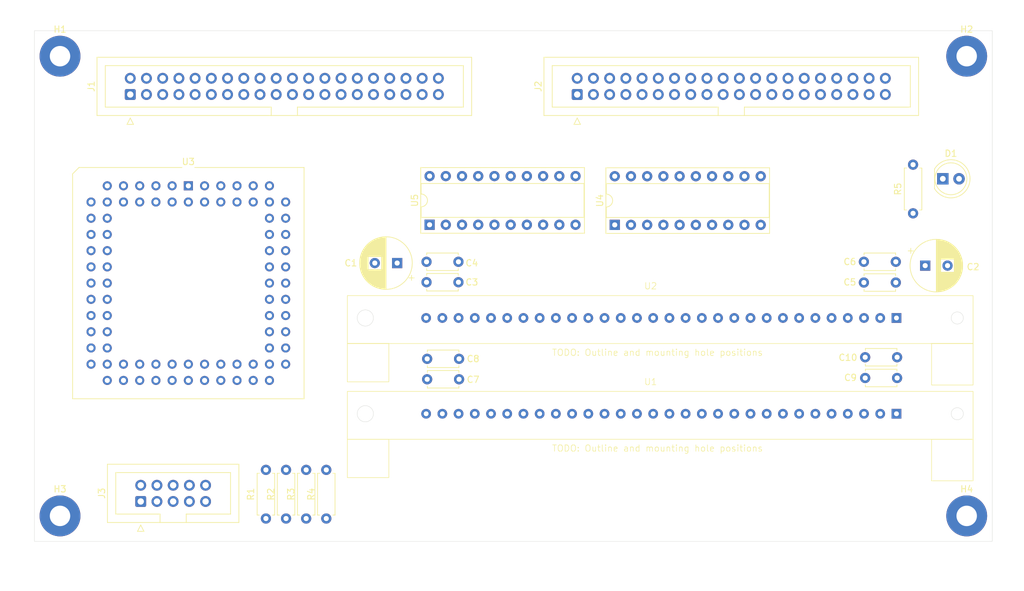
<source format=kicad_pcb>
(kicad_pcb (version 20240108) (generator "pcbnew") (generator_version "8.0")
  (layers (0 "F.Cu" signal) (1 "In1.Cu" signal) (2 "In2.Cu" signal) (31 "B.Cu" signal) (34 "B.Paste" user) (35 "F.Paste" user) (36 "B.SilkS" user "B.Silkscreen") (37 "F.SilkS" user "F.Silkscreen") (38 "B.Mask" user) (39 "F.Mask" user) (44 "Edge.Cuts" user))
  (net 0 "")
  (net 1 "GND")
  (net 2 "A4")
  (net 3 "D9")
  (net 4 "A10")
  (net 5 "+5V")
  (net 6 "A16")
  (net 7 "A15")
  (net 8 "D14")
  (net 9 "D15")
  (net 10 "A23")
  (net 11 "A18")
  (net 12 "A20")
  (net 13 "A6")
  (net 14 "A1")
  (net 15 "D13")
  (net 16 "A21")
  (net 17 "D12")
  (net 18 "D10")
  (net 19 "D11")
  (net 20 "A17")
  (net 21 "A9")
  (net 22 "A13")
  (net 23 "A12")
  (net 24 "A5")
  (net 25 "A8")
  (net 26 "A19")
  (net 27 "A7")
  (net 28 "A22")
  (net 29 "A14")
  (net 30 "A2")
  (net 31 "D8")
  (net 32 "A3")
  (net 33 "A11")
  (net 34 "{slash}EXP")
  (net 35 "R{slash}W")
  (net 36 "GPIO_4")
  (net 37 "D4")
  (net 38 "{slash}VPA")
  (net 39 "GPIO_0")
  (net 40 "{slash}AS")
  (net 41 "{slash}IACK_EXP")
  (net 42 "D7")
  (net 43 "D5")
  (net 44 "{slash}UDS")
  (net 45 "GPIO_2")
  (net 46 "{slash}DTACK_EXP")
  (net 47 "GPIO_7")
  (net 48 "{slash}IRQ_EXP")
  (net 49 "{slash}RESET")
  (net 50 "D2")
  (net 51 "{slash}LDS")
  (net 52 "CLK_SRC")
  (net 53 "GPIO_5")
  (net 54 "D6")
  (net 55 "GPIO_6")
  (net 56 "GPIO_1")
  (net 57 "D3")
  (net 58 "CLK_CPU")
  (net 59 "D0")
  (net 60 "D1")
  (net 61 "GPIO_3")
  (net 62 "{slash}BERR")
  (net 73 "TDI")
  (net 74 "TDO")
  (net 76 "TCK")
  (net 78 "TMS")
  (net 80 "Net-(D1-A)")
  (net 81 "RAM_A2")
  (net 82 "RAM_A6")
  (net 83 "RAM_A11")
  (net 84 "RAM_A9")
  (net 85 "RAM_A7")
  (net 86 "RAM_A1")
  (net 87 "RAM_A3")
  (net 88 "CAS0")
  (net 89 "RAS")
  (net 90 "RAM_A0")
  (net 91 "RAM_A8")
  (net 92 "RAMWR")
  (net 93 "RAM_A10")
  (net 94 "RAM_A5")
  (net 95 "RAM_A4")
  (net 96 "CAS1")
  (net 97 "DIR0")
  (net 98 "BUF0")
  (net 99 "BUF1")
  (net 100 "DIR1")
  (net 101 "RD13")
  (net 102 "RD12")
  (net 103 "RD8")
  (net 104 "RD10")
  (net 105 "RD14")
  (net 106 "RD11")
  (net 107 "RD9")
  (net 108 "RD15")
  (net 109 "RD5")
  (net 110 "RD7")
  (net 111 "RD1")
  (net 112 "RD0")
  (net 113 "RD6")
  (net 114 "RD4")
  (net 115 "RD3")
  (net 116 "RD2")
  (net 118 "RAM_OE1")
  (net 119 "RAM_OE0")
  (footprint "Capacitor_THT:C_Disc_D4.7mm_W2.5mm_P5.00mm" (layer "F.Cu") (at 81.4 59.4)
    (property "Reference" "C3" (at 7.1 0 360) (layer "F.SilkS"))
    (property "Value" "0.1uF")
    (pad "1" thru_hole circle (at 0 0) (size 1.6 1.6) (drill 0.8) (layers "*.Cu" "*.Mask") (net 5 "+5V"))
    (pad "2" thru_hole circle (at 5 0) (size 1.6 1.6) (drill 0.8) (layers "*.Cu" "*.Mask") (net 1 "GND"))
  )
  (footprint "Capacitor_THT:C_Disc_D4.7mm_W2.5mm_P5.00mm" (layer "F.Cu") (at 154.9 56.2 180)
    (property "Reference" "C6" (at 7.2 0 360) (layer "F.SilkS"))
    (property "Value" "0.1uF")
    (pad "1" thru_hole circle (at 0 0 180) (size 1.6 1.6) (drill 0.8) (layers "*.Cu" "*.Mask") (net 5 "+5V"))
    (pad "2" thru_hole circle (at 5 0 180) (size 1.6 1.6) (drill 0.8) (layers "*.Cu" "*.Mask") (net 1 "GND"))
  )
  (footprint "Capacitor_THT:C_Disc_D4.7mm_W2.5mm_P5.00mm" (layer "F.Cu") (at 155.1 74.4 180)
    (property "Reference" "C9" (at 7.3 0.05 360) (layer "F.SilkS"))
    (property "Value" "0.1uF")
    (pad "1" thru_hole circle (at 0 0 180) (size 1.6 1.6) (drill 0.8) (layers "*.Cu" "*.Mask") (net 5 "+5V"))
    (pad "2" thru_hole circle (at 5 0 180) (size 1.6 1.6) (drill 0.8) (layers "*.Cu" "*.Mask") (net 1 "GND"))
  )
  (footprint "LED_THT:LED_D5.0mm" (layer "F.Cu") (at 162.26 43.2)
    (property "Reference" "D1" (at 1.27 -3.96 0) (layer "F.SilkS"))
    (property "Value" "LED")
    (pad "1" thru_hole rect (at 0 0) (size 1.8 1.8) (drill 0.9) (layers "*.Cu" "*.Mask") (net 1 "GND"))
    (pad "2" thru_hole circle (at 2.54 0) (size 1.8 1.8) (drill 0.9) (layers "*.Cu" "*.Mask") (net 80 "Net-(D1-A)"))
  )
  (footprint "Capacitor_THT:C_Disc_D4.7mm_W2.5mm_P5.00mm" (layer "F.Cu") (at 155.1 71.15 180)
    (property "Reference" "C10" (at 7.7 -0.05 360) (layer "F.SilkS"))
    (property "Value" "0.1uF")
    (pad "1" thru_hole circle (at 0 0 180) (size 1.6 1.6) (drill 0.8) (layers "*.Cu" "*.Mask") (net 5 "+5V"))
    (pad "2" thru_hole circle (at 5 0 180) (size 1.6 1.6) (drill 0.8) (layers "*.Cu" "*.Mask") (net 1 "GND"))
  )
  (footprint "Resistor_THT:R_Axial_DIN0207_L6.3mm_D2.5mm_P7.62mm_Horizontal" (layer "F.Cu") (at 62.55 96.41 90)
    (property "Reference" "R3" (at 3.81 -2.37 90) (layer "F.SilkS"))
    (property "Value" "R")
    (pad "1" thru_hole circle (at 0 0 90) (size 1.6 1.6) (drill 0.8) (layers "*.Cu" "*.Mask") (net 5 "+5V"))
    (pad "2" thru_hole oval (at 7.62 0 90) (size 1.6 1.6) (drill 0.8) (layers "*.Cu" "*.Mask") (net 73 "TDI"))
  )
  (footprint "Resistor_THT:R_Axial_DIN0207_L6.3mm_D2.5mm_P7.62mm_Horizontal" (layer "F.Cu") (at 65.7 96.41 90)
    (property "Reference" "R4" (at 3.81 -2.37 90) (layer "F.SilkS"))
    (property "Value" "R")
    (pad "1" thru_hole circle (at 0 0 90) (size 1.6 1.6) (drill 0.8) (layers "*.Cu" "*.Mask") (net 76 "TCK"))
    (pad "2" thru_hole oval (at 7.62 0 90) (size 1.6 1.6) (drill 0.8) (layers "*.Cu" "*.Mask") (net 1 "GND"))
  )
  (footprint "Connector_IDC:IDC-Header_2x20_P2.54mm_Vertical" (layer "F.Cu") (at 105 30 90)
    (property "Reference" "J2" (at 1.27 -6.1 90) (layer "F.SilkS"))
    (property "Value" "Conn_02x20_Odd_Even")
    (pad "1" thru_hole roundrect (at 0 0 90) (size 1.7 1.7) (drill 1) (layers "*.Cu" "*.Mask") (roundrect_rratio 0.147059) (net 5 "+5V"))
    (pad "2" thru_hole circle (at 2.54 0 90) (size 1.7 1.7) (drill 1) (layers "*.Cu" "*.Mask") (net 5 "+5V"))
    (pad "3" thru_hole circle (at 0 2.54 90) (size 1.7 1.7) (drill 1) (layers "*.Cu" "*.Mask") (net 1 "GND"))
    (pad "4" thru_hole circle (at 2.54 2.54 90) (size 1.7 1.7) (drill 1) (layers "*.Cu" "*.Mask") (net 1 "GND"))
    (pad "5" thru_hole circle (at 0 5.08 90) (size 1.7 1.7) (drill 1) (layers "*.Cu" "*.Mask") (net 59 "D0"))
    (pad "6" thru_hole circle (at 2.54 5.08 90) (size 1.7 1.7) (drill 1) (layers "*.Cu" "*.Mask") (net 60 "D1"))
    (pad "7" thru_hole circle (at 0 7.62 90) (size 1.7 1.7) (drill 1) (layers "*.Cu" "*.Mask") (net 50 "D2"))
    (pad "8" thru_hole circle (at 2.54 7.62 90) (size 1.7 1.7) (drill 1) (layers "*.Cu" "*.Mask") (net 57 "D3"))
    (pad "9" thru_hole circle (at 0 10.16 90) (size 1.7 1.7) (drill 1) (layers "*.Cu" "*.Mask") (net 37 "D4"))
    (pad "10" thru_hole circle (at 2.54 10.16 90) (size 1.7 1.7) (drill 1) (layers "*.Cu" "*.Mask") (net 43 "D5"))
    (pad "11" thru_hole circle (at 0 12.7 90) (size 1.7 1.7) (drill 1) (layers "*.Cu" "*.Mask") (net 54 "D6"))
    (pad "12" thru_hole circle (at 2.54 12.7 90) (size 1.7 1.7) (drill 1) (layers "*.Cu" "*.Mask") (net 42 "D7"))
    (pad "13" thru_hole circle (at 0 15.24 90) (size 1.7 1.7) (drill 1) (layers "*.Cu" "*.Mask") (net 40 "{slash}AS"))
    (pad "14" thru_hole circle (at 2.54 15.24 90) (size 1.7 1.7) (drill 1) (layers "*.Cu" "*.Mask") (net 35 "R{slash}W"))
    (pad "15" thru_hole circle (at 0 17.78 90) (size 1.7 1.7) (drill 1) (layers "*.Cu" "*.Mask") (net 44 "{slash}UDS"))
    (pad "16" thru_hole circle (at 2.54 17.78 90) (size 1.7 1.7) (drill 1) (layers "*.Cu" "*.Mask") (net 51 "{slash}LDS"))
    (pad "17" thru_hole circle (at 0 20.32 90) (size 1.7 1.7) (drill 1) (layers "*.Cu" "*.Mask") (net 62 "{slash}BERR"))
    (pad "18" thru_hole circle (at 2.54 20.32 90) (size 1.7 1.7) (drill 1) (layers "*.Cu" "*.Mask") (net 38 "{slash}VPA"))
    (pad "19" thru_hole circle (at 0 22.86 90) (size 1.7 1.7) (drill 1) (layers "*.Cu" "*.Mask") (net 34 "{slash}EXP"))
    (pad "20" thru_hole circle (at 2.54 22.86 90) (size 1.7 1.7) (drill 1) (layers "*.Cu" "*.Mask") (net 48 "{slash}IRQ_EXP"))
    (pad "21" thru_hole circle (at 0 25.4 90) (size 1.7 1.7) (drill 1) (layers "*.Cu" "*.Mask") (net 46 "{slash}DTACK_EXP"))
    (pad "22" thru_hole circle (at 2.54 25.4 90) (size 1.7 1.7) (drill 1) (layers "*.Cu" "*.Mask") (net 41 "{slash}IACK_EXP"))
    (pad "23" thru_hole circle (at 0 27.94 90) (size 1.7 1.7) (drill 1) (layers "*.Cu" "*.Mask") (net 1 "GND"))
    (pad "24" thru_hole circle (at 2.54 27.94 90) (size 1.7 1.7) (drill 1) (layers "*.Cu" "*.Mask") (net 1 "GND"))
    (pad "25" thru_hole circle (at 0 30.48 90) (size 1.7 1.7) (drill 1) (layers "*.Cu" "*.Mask") (net 39 "GPIO_0"))
    (pad "26" thru_hole circle (at 2.54 30.48 90) (size 1.7 1.7) (drill 1) (layers "*.Cu" "*.Mask") (net 56 "GPIO_1"))
    (pad "27" thru_hole circle (at 0 33.02 90) (size 1.7 1.7) (drill 1) (layers "*.Cu" "*.Mask") (net 45 "GPIO_2"))
    (pad "28" thru_hole circle (at 2.54 33.02 90) (size 1.7 1.7) (drill 1) (layers "*.Cu" "*.Mask") (net 61 "GPIO_3"))
    (pad "29" thru_hole circle (at 0 35.56 90) (size 1.7 1.7) (drill 1) (layers "*.Cu" "*.Mask") (net 36 "GPIO_4"))
    (pad "30" thru_hole circle (at 2.54 35.56 90) (size 1.7 1.7) (drill 1) (layers "*.Cu" "*.Mask") (net 53 "GPIO_5"))
    (pad "31" thru_hole circle (at 0 38.1 90) (size 1.7 1.7) (drill 1) (layers "*.Cu" "*.Mask") (net 55 "GPIO_6"))
    (pad "32" thru_hole circle (at 2.54 38.1 90) (size 1.7 1.7) (drill 1) (layers "*.Cu" "*.Mask") (net 47 "GPIO_7"))
    (pad "33" thru_hole circle (at 0 40.64 90) (size 1.7 1.7) (drill 1) (layers "*.Cu" "*.Mask") (net 1 "GND"))
    (pad "34" thru_hole circle (at 2.54 40.64 90) (size 1.7 1.7) (drill 1) (layers "*.Cu" "*.Mask") (net 1 "GND"))
    (pad "35" thru_hole circle (at 0 43.18 90) (size 1.7 1.7) (drill 1) (layers "*.Cu" "*.Mask") (net 58 "CLK_CPU"))
    (pad "36" thru_hole circle (at 2.54 43.18 90) (size 1.7 1.7) (drill 1) (layers "*.Cu" "*.Mask") (net 52 "CLK_SRC"))
    (pad "37" thru_hole circle (at 0 45.72 90) (size 1.7 1.7) (drill 1) (layers "*.Cu" "*.Mask") (net 49 "{slash}RESET"))
    (pad "38" thru_hole circle (at 2.54 45.72 90) (size 1.7 1.7) (drill 1) (layers "*.Cu" "*.Mask") (net 49 "{slash}RESET"))
    (pad "39" thru_hole circle (at 0 48.26 90) (size 1.7 1.7) (drill 1) (layers "*.Cu" "*.Mask") (net 1 "GND"))
    (pad "40" thru_hole circle (at 2.54 48.26 90) (size 1.7 1.7) (drill 1) (layers "*.Cu" "*.Mask") (net 1 "GND"))
  )
  (footprint "Capacitor_THT:CP_Radial_D8.0mm_P3.50mm" (layer "F.Cu") (at 76.8 56.4 180)
    (property "Reference" "C1" (at 7.252651 0 360) (layer "F.SilkS"))
    (property "Value" "1000uF")
    (pad "1" thru_hole rect (at 0 0 180) (size 1.6 1.6) (drill 0.8) (layers "*.Cu" "*.Mask") (net 5 "+5V"))
    (pad "2" thru_hole circle (at 3.5 0 180) (size 1.6 1.6) (drill 0.8) (layers "*.Cu" "*.Mask") (net 1 "GND"))
  )
  (footprint "Capacitor_THT:C_Disc_D4.7mm_W2.5mm_P5.00mm" (layer "F.Cu") (at 81.5 74.6)
    (property "Reference" "C7" (at 7.2 0.05 360) (layer "F.SilkS"))
    (property "Value" "0.1uF")
    (pad "1" thru_hole circle (at 0 0) (size 1.6 1.6) (drill 0.8) (layers "*.Cu" "*.Mask") (net 5 "+5V"))
    (pad "2" thru_hole circle (at 5 0) (size 1.6 1.6) (drill 0.8) (layers "*.Cu" "*.Mask") (net 1 "GND"))
  )
  (footprint "Package_DIP:DIP-20_W7.62mm_Socket" (layer "F.Cu") (at 110.88 50.42 90)
    (property "Reference" "U4" (at 3.81 -2.33 90) (layer "F.SilkS"))
    (property "Value" "74HC245")
    (pad "1" thru_hole rect (at 0 0 90) (size 1.6 1.6) (drill 0.8) (layers "*.Cu" "*.Mask") (net 97 "DIR0"))
    (pad "2" thru_hole oval (at 0 2.54 90) (size 1.6 1.6) (drill 0.8) (layers "*.Cu" "*.Mask") (net 112 "RD0"))
    (pad "3" thru_hole oval (at 0 5.08 90) (size 1.6 1.6) (drill 0.8) (layers "*.Cu" "*.Mask") (net 111 "RD1"))
    (pad "4" thru_hole oval (at 0 7.62 90) (size 1.6 1.6) (drill 0.8) (layers "*.Cu" "*.Mask") (net 116 "RD2"))
    (pad "5" thru_hole oval (at 0 10.16 90) (size 1.6 1.6) (drill 0.8) (layers "*.Cu" "*.Mask") (net 115 "RD3"))
    (pad "6" thru_hole oval (at 0 12.7 90) (size 1.6 1.6) (drill 0.8) (layers "*.Cu" "*.Mask") (net 114 "RD4"))
    (pad "7" thru_hole oval (at 0 15.24 90) (size 1.6 1.6) (drill 0.8) (layers "*.Cu" "*.Mask") (net 109 "RD5"))
    (pad "8" thru_hole oval (at 0 17.78 90) (size 1.6 1.6) (drill 0.8) (layers "*.Cu" "*.Mask") (net 113 "RD6"))
    (pad "9" thru_hole oval (at 0 20.32 90) (size 1.6 1.6) (drill 0.8) (layers "*.Cu" "*.Mask") (net 110 "RD7"))
    (pad "10" thru_hole oval (at 0 22.86 90) (size 1.6 1.6) (drill 0.8) (layers "*.Cu" "*.Mask") (net 1 "GND"))
    (pad "11" thru_hole oval (at 7.62 22.86 90) (size 1.6 1.6) (drill 0.8) (layers "*.Cu" "*.Mask") (net 42 "D7"))
    (pad "12" thru_hole oval (at 7.62 20.32 90) (size 1.6 1.6) (drill 0.8) (layers "*.Cu" "*.Mask") (net 54 "D6"))
    (pad "13" thru_hole oval (at 7.62 17.78 90) (size 1.6 1.6) (drill 0.8) (layers "*.Cu" "*.Mask") (net 43 "D5"))
    (pad "14" thru_hole oval (at 7.62 15.24 90) (size 1.6 1.6) (drill 0.8) (layers "*.Cu" "*.Mask") (net 37 "D4"))
    (pad "15" thru_hole oval (at 7.62 12.7 90) (size 1.6 1.6) (drill 0.8) (layers "*.Cu" "*.Mask") (net 57 "D3"))
    (pad "16" thru_hole oval (at 7.62 10.16 90) (size 1.6 1.6) (drill 0.8) (layers "*.Cu" "*.Mask") (net 50 "D2"))
    (pad "17" thru_hole oval (at 7.62 7.62 90) (size 1.6 1.6) (drill 0.8) (layers "*.Cu" "*.Mask") (net 60 "D1"))
    (pad "18" thru_hole oval (at 7.62 5.08 90) (size 1.6 1.6) (drill 0.8) (layers "*.Cu" "*.Mask") (net 59 "D0"))
    (pad "19" thru_hole oval (at 7.62 2.54 90) (size 1.6 1.6) (drill 0.8) (layers "*.Cu" "*.Mask") (net 98 "BUF0"))
    (pad "20" thru_hole oval (at 7.62 0 90) (size 1.6 1.6) (drill 0.8) (layers "*.Cu" "*.Mask") (net 5 "+5V"))
  )
  (footprint "Package_LCC:PLCC-84_THT-Socket" (layer "F.Cu") (at 44.1 44.3)
    (property "Reference" "U3" (at 0 -3.77 0) (layer "F.SilkS"))
    (property "Value" "~")
    (pad "1" thru_hole rect (at 0 0) (size 1.4224 1.4224) (drill 0.8) (layers "*.Cu" "*.Mask") (net 1 "GND"))
    (pad "2" thru_hole circle (at 0 2.54) (size 1.4224 1.4224) (drill 0.8) (layers "*.Cu" "*.Mask") (net 58 "CLK_CPU"))
    (pad "3" thru_hole circle (at -2.54 0) (size 1.4224 1.4224) (drill 0.8) (layers "*.Cu" "*.Mask") (net 5 "+5V"))
    (pad "4" thru_hole circle (at -2.54 2.54) (size 1.4224 1.4224) (drill 0.8) (layers "*.Cu" "*.Mask") (net 14 "A1"))
    (pad "5" thru_hole circle (at -5.08 0) (size 1.4224 1.4224) (drill 0.8) (layers "*.Cu" "*.Mask") (net 30 "A2"))
    (pad "6" thru_hole circle (at -5.08 2.54) (size 1.4224 1.4224) (drill 0.8) (layers "*.Cu" "*.Mask") (net 32 "A3"))
    (pad "7" thru_hole circle (at -7.62 0) (size 1.4224 1.4224) (drill 0.8) (layers "*.Cu" "*.Mask") (net 1 "GND"))
    (pad "8" thru_hole circle (at -7.62 2.54) (size 1.4224 1.4224) (drill 0.8) (layers "*.Cu" "*.Mask") (net 2 "A4"))
    (pad "9" thru_hole circle (at -10.16 0) (size 1.4224 1.4224) (drill 0.8) (layers "*.Cu" "*.Mask") (net 24 "A5"))
    (pad "10" thru_hole circle (at -10.16 2.54) (size 1.4224 1.4224) (drill 0.8) (layers "*.Cu" "*.Mask") (net 13 "A6"))
    (pad "11" thru_hole circle (at -12.7 0) (size 1.4224 1.4224) (drill 0.8) (layers "*.Cu" "*.Mask") (net 27 "A7"))
    (pad "12" thru_hole circle (at -15.24 2.54) (size 1.4224 1.4224) (drill 0.8) (layers "*.Cu" "*.Mask") (net 25 "A8"))
    (pad "13" thru_hole circle (at -12.7 2.54) (size 1.4224 1.4224) (drill 0.8) (layers "*.Cu" "*.Mask") (net 5 "+5V"))
    (pad "14" thru_hole circle (at -15.24 5.08) (size 1.4224 1.4224) (drill 0.8) (layers "*.Cu" "*.Mask") (net 73 "TDI"))
    (pad "15" thru_hole circle (at -12.7 5.08) (size 1.4224 1.4224) (drill 0.8) (layers "*.Cu" "*.Mask") (net 21 "A9"))
    (pad "16" thru_hole circle (at -15.24 7.62) (size 1.4224 1.4224) (drill 0.8) (layers "*.Cu" "*.Mask") (net 4 "A10"))
    (pad "17" thru_hole circle (at -12.7 7.62) (size 1.4224 1.4224) (drill 0.8) (layers "*.Cu" "*.Mask") (net 33 "A11"))
    (pad "18" thru_hole circle (at -15.24 10.16) (size 1.4224 1.4224) (drill 0.8) (layers "*.Cu" "*.Mask") (net 23 "A12"))
    (pad "19" thru_hole circle (at -12.7 10.16) (size 1.4224 1.4224) (drill 0.8) (layers "*.Cu" "*.Mask") (net 1 "GND"))
    (pad "20" thru_hole circle (at -15.24 12.7) (size 1.4224 1.4224) (drill 0.8) (layers "*.Cu" "*.Mask") (net 22 "A13"))
    (pad "21" thru_hole circle (at -12.7 12.7) (size 1.4224 1.4224) (drill 0.8) (layers "*.Cu" "*.Mask"))
    (pad "22" thru_hole circle (at -15.24 15.24) (size 1.4224 1.4224) (drill 0.8) (layers "*.Cu" "*.Mask") (net 92 "RAMWR"))
    (pad "23" thru_hole circle (at -12.7 15.24) (size 1.4224 1.4224) (drill 0.8) (layers "*.Cu" "*.Mask") (net 78 "TMS"))
    (pad "24" thru_hole circle (at -15.24 17.78) (size 1.4224 1.4224) (drill 0.8) (layers "*.Cu" "*.Mask") (net 88 "CAS0"))
    (pad "25" thru_hole circle (at -12.7 17.78) (size 1.4224 1.4224) (drill 0.8) (layers "*.Cu" "*.Mask") (net 96 "CAS1"))
    (pad "26" thru_hole circle (at -15.24 20.32) (size 1.4224 1.4224) (drill 0.8) (layers "*.Cu" "*.Mask") (net 5 "+5V"))
    (pad "27" thru_hole circle (at -12.7 20.32) (size 1.4224 1.4224) (drill 0.8) (layers "*.Cu" "*.Mask") (net 89 "RAS"))
    (pad "28" thru_hole circle (at -15.24 22.86) (size 1.4224 1.4224) (drill 0.8) (layers "*.Cu" "*.Mask") (net 119 "RAM_OE0"))
    (pad "29" thru_hole circle (at -12.7 22.86) (size 1.4224 1.4224) (drill 0.8) (layers "*.Cu" "*.Mask") (net 118 "RAM_OE1"))
    (pad "30" thru_hole circle (at -15.24 25.4) (size 1.4224 1.4224) (drill 0.8) (layers "*.Cu" "*.Mask"))
    (pad "31" thru_hole circle (at -12.7 25.4) (size 1.4224 1.4224) (drill 0.8) (layers "*.Cu" "*.Mask"))
    (pad "32" thru_hole circle (at -15.24 27.94) (size 1.4224 1.4224) (drill 0.8) (layers "*.Cu" "*.Mask") (net 1 "GND"))
    (pad "33" thru_hole circle (at -12.7 30.48) (size 1.4224 1.4224) (drill 0.8) (layers "*.Cu" "*.Mask"))
    (pad "34" thru_hole circle (at -12.7 27.94) (size 1.4224 1.4224) (drill 0.8) (layers "*.Cu" "*.Mask"))
    (pad "35" thru_hole circle (at -10.16 30.48) (size 1.4224 1.4224) (drill 0.8) (layers "*.Cu" "*.Mask"))
    (pad "36" thru_hole circle (at -10.16 27.94) (size 1.4224 1.4224) (drill 0.8) (layers "*.Cu" "*.Mask"))
    (pad "37" thru_hole circle (at -7.62 30.48) (size 1.4224 1.4224) (drill 0.8) (layers "*.Cu" "*.Mask"))
    (pad "38" thru_hole circle (at -7.62 27.94) (size 1.4224 1.4224) (drill 0.8) (layers "*.Cu" "*.Mask") (net 5 "+5V"))
    (pad "39" thru_hole circle (at -5.08 30.48) (size 1.4224 1.4224) (drill 0.8) (layers "*.Cu" "*.Mask"))
    (pad "40" thru_hole circle (at -5.08 27.94) (size 1.4224 1.4224) (drill 0.8) (layers "*.Cu" "*.Mask"))
    (pad "41" thru_hole circle (at -2.54 30.48) (size 1.4224 1.4224) (drill 0.8) (layers "*.Cu" "*.Mask"))
    (pad "42" thru_hole circle (at -2.54 27.94) (size 1.4224 1.4224) (drill 0.8) (layers "*.Cu" "*.Mask") (net 1 "GND"))
    (pad "43" thru_hole circle (at 0 30.48) (size 1.4224 1.4224) (drill 0.8) (layers "*.Cu" "*.Mask") (net 5 "+5V"))
    (pad "44" thru_hole circle (at 0 27.94) (size 1.4224 1.4224) (drill 0.8) (layers "*.Cu" "*.Mask"))
    (pad "45" thru_hole circle (at 2.54 30.48) (size 1.4224 1.4224) (drill 0.8) (layers "*.Cu" "*.Mask"))
    (pad "46" thru_hole circle (at 2.54 27.94) (size 1.4224 1.4224) (drill 0.8) (layers "*.Cu" "*.Mask"))
    (pad "47" thru_hole circle (at 5.08 30.48) (size 1.4224 1.4224) (drill 0.8) (layers "*.Cu" "*.Mask") (net 1 "GND"))
    (pad "48" thru_hole circle (at 5.08 27.94) (size 1.4224 1.4224) (drill 0.8) (layers "*.Cu" "*.Mask"))
    (pad "49" thru_hole circle (at 7.62 30.48) (size 1.4224 1.4224) (drill 0.8) (layers "*.Cu" "*.Mask"))
    (pad "50" thru_hole circle (at 7.62 27.94) (size 1.4224 1.4224) (drill 0.8) (layers "*.Cu" "*.Mask"))
    (pad "51" thru_hole circle (at 10.16 30.48) (size 1.4224 1.4224) (drill 0.8) (layers "*.Cu" "*.Mask"))
    (pad "52" thru_hole circle (at 10.16 27.94) (size 1.4224 1.4224) (drill 0.8) (layers "*.Cu" "*.Mask"))
    (pad "53" thru_hole circle (at 12.7 30.48) (size 1.4224 1.4224) (drill 0.8) (layers "*.Cu" "*.Mask") (net 5 "+5V"))
    (pad "54" thru_hole circle (at 15.24 27.94) (size 1.4224 1.4224) (drill 0.8) (layers "*.Cu" "*.Mask"))
    (pad "55" thru_hole circle (at 12.7 27.94) (size 1.4224 1.4224) (drill 0.8) (layers "*.Cu" "*.Mask"))
    (pad "56" thru_hole circle (at 15.24 25.4) (size 1.4224 1.4224) (drill 0.8) (layers "*.Cu" "*.Mask"))
    (pad "57" thru_hole circle (at 12.7 25.4) (size 1.4224 1.4224) (drill 0.8) (layers "*.Cu" "*.Mask"))
    (pad "58" thru_hole circle (at 15.24 22.86) (size 1.4224 1.4224) (drill 0.8) (layers "*.Cu" "*.Mask"))
    (pad "59" thru_hole circle (at 12.7 22.86) (size 1.4224 1.4224) (drill 0.8) (layers "*.Cu" "*.Mask") (net 1 "GND"))
    (pad "60" thru_hole circle (at 15.24 20.32) (size 1.4224 1.4224) (drill 0.8) (layers "*.Cu" "*.Mask"))
    (pad "61" thru_hole circle (at 12.7 20.32) (size 1.4224 1.4224) (drill 0.8) (layers "*.Cu" "*.Mask"))
    (pad "62" thru_hole circle (at 15.24 17.78) (size 1.4224 1.4224) (drill 0.8) (layers "*.Cu" "*.Mask") (net 76 "TCK"))
    (pad "63" thru_hole circle (at 12.7 17.78) (size 1.4224 1.4224) (drill 0.8) (layers "*.Cu" "*.Mask"))
    (pad "64" thru_hole circle (at 15.24 15.24) (size 1.4224 1.4224) (drill 0.8) (layers "*.Cu" "*.Mask"))
    (pad "65" thru_hole circle (at 12.7 15.24) (size 1.4224 1.4224) (drill 0.8) (layers "*.Cu" "*.Mask"))
    (pad "66" thru_hole circle (at 15.24 12.7) (size 1.4224 1.4224) (drill 0.8) (layers "*.Cu" "*.Mask") (net 5 "+5V"))
    (pad "67" thru_hole circle (at 12.7 12.7) (size 1.4224 1.4224) (drill 0.8) (layers "*.Cu" "*.Mask"))
    (pad "68" thru_hole circle (at 15.24 10.16) (size 1.4224 1.4224) (drill 0.8) (layers "*.Cu" "*.Mask"))
    (pad "69" thru_hole circle (at 12.7 10.16) (size 1.4224 1.4224) (drill 0.8) (layers "*.Cu" "*.Mask") (net 29 "A14"))
    (pad "70" thru_hole circle (at 15.24 7.62) (size 1.4224 1.4224) (drill 0.8) (layers "*.Cu" "*.Mask") (net 7 "A15"))
    (pad "71" thru_hole circle (at 12.7 7.62) (size 1.4224 1.4224) (drill 0.8) (layers "*.Cu" "*.Mask") (net 74 "TDO"))
    (pad "72" thru_hole circle (at 15.24 5.08) (size 1.4224 1.4224) (drill 0.8) (layers "*.Cu" "*.Mask") (net 1 "GND"))
    (pad "73" thru_hole circle (at 12.7 5.08) (size 1.4224 1.4224) (drill 0.8) (layers "*.Cu" "*.Mask") (net 6 "A16"))
    (pad "74" thru_hole circle (at 15.24 2.54) (size 1.4224 1.4224) (drill 0.8) (layers "*.Cu" "*.Mask") (net 20 "A17"))
    (pad "75" thru_hole circle (at 12.7 0) (size 1.4224 1.4224) (drill 0.8) (layers "*.Cu" "*.Mask") (net 11 "A18"))
    (pad "76" thru_hole circle (at 12.7 2.54) (size 1.4224 1.4224) (drill 0.8) (layers "*.Cu" "*.Mask") (net 26 "A19"))
    (pad "77" thru_hole circle (at 10.16 0) (size 1.4224 1.4224) (drill 0.8) (layers "*.Cu" "*.Mask") (net 12 "A20"))
    (pad "78" thru_hole circle (at 10.16 2.54) (size 1.4224 1.4224) (drill 0.8) (layers "*.Cu" "*.Mask") (net 5 "+5V"))
    (pad "79" thru_hole circle (at 7.62 0) (size 1.4224 1.4224) (drill 0.8) (layers "*.Cu" "*.Mask") (net 16 "A21"))
    (pad "80" thru_hole circle (at 7.62 2.54) (size 1.4224 1.4224) (drill 0.8) (layers "*.Cu" "*.Mask") (net 28 "A22"))
    (pad "81" thru_hole circle (at 5.08 0) (size 1.4224 1.4224) (drill 0.8) (layers "*.Cu" "*.Mask") (net 10 "A23"))
    (pad "82" thru_hole circle (at 5.08 2.54) (size 1.4224 1.4224) (drill 0.8) (layers "*.Cu" "*.Mask") (net 1 "GND"))
    (pad "83" thru_hole circle (at 2.54 0) (size 1.4224 1.4224) (drill 0.8) (layers "*.Cu" "*.Mask") (net 52 "CLK_SRC"))
    (pad "84" thru_hole circle (at 2.54 2.54) (size 1.4224 1.4224) (drill 0.8) (layers "*.Cu" "*.Mask") (net 1 "GND"))
  )
  (footprint "Capacitor_THT:CP_Radial_D8.0mm_P3.50mm" (layer "F.Cu") (at 159.5 56.8)
    (property "Reference" "C2" (at 7.5 0.2 0) (layer "F.SilkS"))
    (property "Value" "1000uF")
    (pad "1" thru_hole rect (at 0 0) (size 1.6 1.6) (drill 0.8) (layers "*.Cu" "*.Mask") (net 5 "+5V"))
    (pad "2" thru_hole circle (at 3.5 0) (size 1.6 1.6) (drill 0.8) (layers "*.Cu" "*.Mask") (net 1 "GND"))
  )
  (footprint "Resistor_THT:R_Axial_DIN0207_L6.3mm_D2.5mm_P7.62mm_Horizontal" (layer "F.Cu") (at 157.6 48.61 90)
    (property "Reference" "R5" (at 3.81 -2.37 90) (layer "F.SilkS"))
    (property "Value" "R")
    (pad "1" thru_hole circle (at 0 0 90) (size 1.6 1.6) (drill 0.8) (layers "*.Cu" "*.Mask") (net 5 "+5V"))
    (pad "2" thru_hole oval (at 7.62 0 90) (size 1.6 1.6) (drill 0.8) (layers "*.Cu" "*.Mask") (net 80 "Net-(D1-A)"))
  )
  (footprint "mackerel:SIMM-30" (layer "F.Cu") (at 155 65)
    (property "Reference" "U2" (at -38.5 -5 0) (layer "F.SilkS") (effects (font (thickness 0.1))))
    (property "Value" "~")
    (fp_circle (center -83.185 0) (end -81.915 0) (stroke (width 0.05)) (fill none) (layer "Edge.Cuts"))
    (fp_circle (center 9.525 0) (end 10.4775 0) (stroke (width 0.05)) (fill none) (layer "Edge.Cuts"))
    (fp_text user "TODO: Outline and mounting hole positions" (at -54 6 0) (layer "F.SilkS") (effects (font (thickness 0.1)) (justify left bottom)))
    (pad "1" thru_hole rect (at 0 0) (size 1.524 1.524) (drill 0.762) (layers "*.Cu" "*.Mask") (net 5 "+5V"))
    (pad "2" thru_hole circle (at -2.54 0) (size 1.524 1.524) (drill 0.762) (layers "*.Cu" "*.Mask") (net 96 "CAS1"))
    (pad "3" thru_hole circle (at -5.08 0) (size 1.524 1.524) (drill 0.762) (layers "*.Cu" "*.Mask") (net 103 "RD8"))
    (pad "4" thru_hole circle (at -7.62 0) (size 1.524 1.524) (drill 0.762) (layers "*.Cu" "*.Mask") (net 90 "RAM_A0"))
    (pad "5" thru_hole circle (at -10.16 0) (size 1.524 1.524) (drill 0.762) (layers "*.Cu" "*.Mask") (net 86 "RAM_A1"))
    (pad "6" thru_hole circle (at -12.7 0) (size 1.524 1.524) (drill 0.762) (layers "*.Cu" "*.Mask") (net 107 "RD9"))
    (pad "7" thru_hole circle (at -15.24 0) (size 1.524 1.524) (drill 0.762) (layers "*.Cu" "*.Mask") (net 81 "RAM_A2"))
    (pad "8" thru_hole circle (at -17.78 0) (size 1.524 1.524) (drill 0.762) (layers "*.Cu" "*.Mask") (net 87 "RAM_A3"))
    (pad "9" thru_hole circle (at -20.32 0) (size 1.524 1.524) (drill 0.762) (layers "*.Cu" "*.Mask") (net 1 "GND"))
    (pad "10" thru_hole circle (at -22.86 0) (size 1.524 1.524) (drill 0.762) (layers "*.Cu" "*.Mask") (net 104 "RD10"))
    (pad "11" thru_hole circle (at -25.4 0) (size 1.524 1.524) (drill 0.762) (layers "*.Cu" "*.Mask") (net 95 "RAM_A4"))
    (pad "12" thru_hole circle (at -27.94 0) (size 1.524 1.524) (drill 0.762) (layers "*.Cu" "*.Mask") (net 94 "RAM_A5"))
    (pad "13" thru_hole circle (at -30.48 0) (size 1.524 1.524) (drill 0.762) (layers "*.Cu" "*.Mask") (net 106 "RD11"))
    (pad "14" thru_hole circle (at -33.02 0) (size 1.524 1.524) (drill 0.762) (layers "*.Cu" "*.Mask") (net 82 "RAM_A6"))
    (pad "15" thru_hole circle (at -35.56 0) (size 1.524 1.524) (drill 0.762) (layers "*.Cu" "*.Mask") (net 85 "RAM_A7"))
    (pad "16" thru_hole circle (at -38.1 0) (size 1.524 1.524) (drill 0.762) (layers "*.Cu" "*.Mask") (net 102 "RD12"))
    (pad "17" thru_hole circle (at -40.64 0) (size 1.524 1.524) (drill 0.762) (layers "*.Cu" "*.Mask") (net 91 "RAM_A8"))
    (pad "18" thru_hole circle (at -43.18 0) (size 1.524 1.524) (drill 0.762) (layers "*.Cu" "*.Mask") (net 84 "RAM_A9"))
    (pad "19" thru_hole circle (at -45.72 0) (size 1.524 1.524) (drill 0.762) (layers "*.Cu" "*.Mask") (net 93 "RAM_A10"))
    (pad "20" thru_hole circle (at -48.26 0) (size 1.524 1.524) (drill 0.762) (layers "*.Cu" "*.Mask") (net 101 "RD13"))
    (pad "21" thru_hole circle (at -50.8 0) (size 1.524 1.524) (drill 0.762) (layers "*.Cu" "*.Mask") (net 92 "RAMWR"))
    (pad "22" thru_hole circle (at -53.34 0) (size 1.524 1.524) (drill 0.762) (layers "*.Cu" "*.Mask") (net 1 "GND"))
    (pad "23" thru_hole circle (at -55.88 0) (size 1.524 1.524) (drill 0.762) (layers "*.Cu" "*.Mask") (net 105 "RD14"))
    (pad "24" thru_hole circle (at -58.42 0) (size 1.524 1.524) (drill 0.762) (layers "*.Cu" "*.Mask") (net 83 "RAM_A11"))
    (pad "25" thru_hole circle (at -60.96 0) (size 1.524 1.524) (drill 0.762) (layers "*.Cu" "*.Mask") (net 108 "RD15"))
    (pad "26" thru_hole circle (at -63.5 0) (size 1.524 1.524) (drill 0.762) (layers "*.Cu" "*.Mask"))
    (pad "27" thru_hole circle (at -66.04 0) (size 1.524 1.524) (drill 0.762) (layers "*.Cu" "*.Mask") (net 89 "RAS"))
    (pad "28" thru_hole circle (at -68.58 0) (size 1.524 1.524) (drill 0.762) (layers "*.Cu" "*.Mask"))
    (pad "29" thru_hole circle (at -71.12 0) (size 1.524 1.524) (drill 0.762) (layers "*.Cu" "*.Mask"))
    (pad "30" thru_hole circle (at -73.66 0) (size 1.524 1.524) (drill 0.762) (layers "*.Cu" "*.Mask") (net 5 "+5V"))
  )
  (footprint "Connector_IDC:IDC-Header_2x20_P2.54mm_Vertical" (layer "F.Cu") (at 35 30 90)
    (property "Reference" "J1" (at 1.27 -6.1 90) (layer "F.SilkS"))
    (property "Value" "Conn_02x20_Odd_Even")
    (pad "1" thru_hole roundrect (at 0 0 90) (size 1.7 1.7) (drill 1) (layers "*.Cu" "*.Mask") (roundrect_rratio 0.147059) (net 5 "+5V"))
    (pad "2" thru_hole circle (at 2.54 0 90) (size 1.7 1.7) (drill 1) (layers "*.Cu" "*.Mask") (net 5 "+5V"))
    (pad "3" thru_hole circle (at 0 2.54 90) (size 1.7 1.7) (drill 1) (layers "*.Cu" "*.Mask") (net 1 "GND"))
    (pad "4" thru_hole circle (at 2.54 2.54 90) (size 1.7 1.7) (drill 1) (layers "*.Cu" "*.Mask") (net 1 "GND"))
    (pad "5" thru_hole circle (at 0 5.08 90) (size 1.7 1.7) (drill 1) (layers "*.Cu" "*.Mask") (net 31 "D8"))
    (pad "6" thru_hole circle (at 2.54 5.08 90) (size 1.7 1.7) (drill 1) (layers "*.Cu" "*.Mask") (net 3 "D9"))
    (pad "7" thru_hole circle (at 0 7.62 90) (size 1.7 1.7) (drill 1) (layers "*.Cu" "*.Mask") (net 18 "D10"))
    (pad "8" thru_hole circle (at 2.54 7.62 90) (size 1.7 1.7) (drill 1) (layers "*.Cu" "*.Mask") (net 19 "D11"))
    (pad "9" thru_hole circle (at 0 10.16 90) (size 1.7 1.7) (drill 1) (layers "*.Cu" "*.Mask") (net 17 "D12"))
    (pad "10" thru_hole circle (at 2.54 10.16 90) (size 1.7 1.7) (drill 1) (layers "*.Cu" "*.Mask") (net 15 "D13"))
    (pad "11" thru_hole circle (at 0 12.7 90) (size 1.7 1.7) (drill 1) (layers "*.Cu" "*.Mask") (net 8 "D14"))
    (pad "12" thru_hole circle (at 2.54 12.7 90) (size 1.7 1.7) (drill 1) (layers "*.Cu" "*.Mask") (net 9 "D15"))
    (pad "13" thru_hole circle (at 0 15.24 90) (size 1.7 1.7) (drill 1) (layers "*.Cu" "*.Mask") (net 14 "A1"))
    (pad "14" thru_hole circle (at 2.54 15.24 90) (size 1.7 1.7) (drill 1) (layers "*.Cu" "*.Mask") (net 30 "A2"))
    (pad "15" thru_hole circle (at 0 17.78 90) (size 1.7 1.7) (drill 1) (layers "*.Cu" "*.Mask") (net 32 "A3"))
    (pad "16" thru_hole circle (at 2.54 17.78 90) (size 1.7 1.7) (drill 1) (layers "*.Cu" "*.Mask") (net 2 "A4"))
    (pad "17" thru_hole circle (at 0 20.32 90) (size 1.7 1.7) (drill 1) (layers "*.Cu" "*.Mask") (net 24 "A5"))
    (pad "18" thru_hole circle (at 2.54 20.32 90) (size 1.7 1.7) (drill 1) (layers "*.Cu" "*.Mask") (net 13 "A6"))
    (pad "19" thru_hole circle (at 0 22.86 90) (size 1.7 1.7) (drill 1) (layers "*.Cu" "*.Mask") (net 27 "A7"))
    (pad "20" thru_hole circle (at 2.54 22.86 90) (size 1.7 1.7) (drill 1) (layers "*.Cu" "*.Mask") (net 25 "A8"))
    (pad "21" thru_hole circle (at 0 25.4 90) (size 1.7 1.7) (drill 1) (layers "*.Cu" "*.Mask") (net 1 "GND"))
    (pad "22" thru_hole circle (at 2.54 25.4 90) (size 1.7 1.7) (drill 1) (layers "*.Cu" "*.Mask") (net 1 "GND"))
    (pad "23" thru_hole circle (at 0 27.94 90) (size 1.7 1.7) (drill 1) (layers "*.Cu" "*.Mask") (net 10 "A23"))
    (pad "24" thru_hole circle (at 2.54 27.94 90) (size 1.7 1.7) (drill 1) (layers "*.Cu" "*.Mask") (net 28 "A22"))
    (pad "25" thru_hole circle (at 0 30.48 90) (size 1.7 1.7) (drill 1) (layers "*.Cu" "*.Mask") (net 16 "A21"))
    (pad "26" thru_hole circle (at 2.54 30.48 90) (size 1.7 1.7) (drill 1) (layers "*.Cu" "*.Mask") (net 12 "A20"))
    (pad "27" thru_hole circle (at 0 33.02 90) (size 1.7 1.7) (drill 1) (layers "*.Cu" "*.Mask") (net 21 "A9"))
    (pad "28" thru_hole circle (at 2.54 33.02 90) (size 1.7 1.7) (drill 1) (layers "*.Cu" "*.Mask") (net 4 "A10"))
    (pad "29" thru_hole circle (at 0 35.56 90) (size 1.7 1.7) (drill 1) (layers "*.Cu" "*.Mask") (net 33 "A11"))
    (pad "30" thru_hole circle (at 2.54 35.56 90) (size 1.7 1.7) (drill 1) (layers "*.Cu" "*.Mask") (net 23 "A12"))
    (pad "31" thru_hole circle (at 0 38.1 90) (size 1.7 1.7) (drill 1) (layers "*.Cu" "*.Mask") (net 22 "A13"))
    (pad "32" thru_hole circle (at 2.54 38.1 90) (size 1.7 1.7) (drill 1) (layers "*.Cu" "*.Mask") (net 29 "A14"))
    (pad "33" thru_hole circle (at 0 40.64 90) (size 1.7 1.7) (drill 1) (layers "*.Cu" "*.Mask") (net 7 "A15"))
    (pad "34" thru_hole circle (at 2.54 40.64 90) (size 1.7 1.7) (drill 1) (layers "*.Cu" "*.Mask") (net 6 "A16"))
    (pad "35" thru_hole circle (at 0 43.18 90) (size 1.7 1.7) (drill 1) (layers "*.Cu" "*.Mask") (net 20 "A17"))
    (pad "36" thru_hole circle (at 2.54 43.18 90) (size 1.7 1.7) (drill 1) (layers "*.Cu" "*.Mask") (net 11 "A18"))
    (pad "37" thru_hole circle (at 0 45.72 90) (size 1.7 1.7) (drill 1) (layers "*.Cu" "*.Mask") (net 26 "A19"))
    (pad "38" thru_hole circle (at 2.54 45.72 90) (size 1.7 1.7) (drill 1) (layers "*.Cu" "*.Mask") (net 1 "GND"))
    (pad "39" thru_hole circle (at 0 48.26 90) (size 1.7 1.7) (drill 1) (layers "*.Cu" "*.Mask") (net 1 "GND"))
    (pad "40" thru_hole circle (at 2.54 48.26 90) (size 1.7 1.7) (drill 1) (layers "*.Cu" "*.Mask") (net 1 "GND"))
  )
  (footprint "MountingHole:MountingHole_3.2mm_M3_Pad" (layer "F.Cu") (at 24 24)
    (property "Reference" "H1" (at 0 -4.2 0) (layer "F.SilkS"))
    (property "Value" "MountingHole_Pad")
    (pad "1" thru_hole circle (at 0 0) (size 6.4 6.4) (drill 3.2) (layers "*.Cu" "*.Mask") (net 1 "GND"))
  )
  (footprint "Resistor_THT:R_Axial_DIN0207_L6.3mm_D2.5mm_P7.62mm_Horizontal" (layer "F.Cu") (at 56.25 96.41 90)
    (property "Reference" "R1" (at 3.81 -2.37 90) (layer "F.SilkS"))
    (property "Value" "R")
    (pad "1" thru_hole circle (at 0 0 90) (size 1.6 1.6) (drill 0.8) (layers "*.Cu" "*.Mask") (net 5 "+5V"))
    (pad "2" thru_hole oval (at 7.62 0 90) (size 1.6 1.6) (drill 0.8) (layers "*.Cu" "*.Mask") (net 74 "TDO"))
  )
  (footprint "MountingHole:MountingHole_3.2mm_M3_Pad" (layer "F.Cu") (at 166 24)
    (property "Reference" "H2" (at 0 -4.2 0) (layer "F.SilkS"))
    (property "Value" "MountingHole_Pad")
    (pad "1" thru_hole circle (at 0 0) (size 6.4 6.4) (drill 3.2) (layers "*.Cu" "*.Mask") (net 1 "GND"))
  )
  (footprint "Connector_IDC:IDC-Header_2x05_P2.54mm_Vertical" (layer "F.Cu") (at 36.64 93.74 90)
    (property "Reference" "J3" (at 1.27 -6.1 90) (layer "F.SilkS"))
    (property "Value" "Conn_02x05_Odd_Even")
    (pad "1" thru_hole roundrect (at 0 0 90) (size 1.7 1.7) (drill 1) (layers "*.Cu" "*.Mask") (roundrect_rratio 0.147059) (net 76 "TCK"))
    (pad "2" thru_hole circle (at 2.54 0 90) (size 1.7 1.7) (drill 1) (layers "*.Cu" "*.Mask") (net 1 "GND"))
    (pad "3" thru_hole circle (at 0 2.54 90) (size 1.7 1.7) (drill 1) (layers "*.Cu" "*.Mask") (net 74 "TDO"))
    (pad "4" thru_hole circle (at 2.54 2.54 90) (size 1.7 1.7) (drill 1) (layers "*.Cu" "*.Mask") (net 5 "+5V"))
    (pad "5" thru_hole circle (at 0 5.08 90) (size 1.7 1.7) (drill 1) (layers "*.Cu" "*.Mask") (net 78 "TMS"))
    (pad "6" thru_hole circle (at 2.54 5.08 90) (size 1.7 1.7) (drill 1) (layers "*.Cu" "*.Mask"))
    (pad "7" thru_hole circle (at 0 7.62 90) (size 1.7 1.7) (drill 1) (layers "*.Cu" "*.Mask"))
    (pad "8" thru_hole circle (at 2.54 7.62 90) (size 1.7 1.7) (drill 1) (layers "*.Cu" "*.Mask"))
    (pad "9" thru_hole circle (at 0 10.16 90) (size 1.7 1.7) (drill 1) (layers "*.Cu" "*.Mask") (net 73 "TDI"))
    (pad "10" thru_hole circle (at 2.54 10.16 90) (size 1.7 1.7) (drill 1) (layers "*.Cu" "*.Mask") (net 1 "GND"))
  )
  (footprint "Capacitor_THT:C_Disc_D4.7mm_W2.5mm_P5.00mm" (layer "F.Cu") (at 81.4 56.2)
    (property "Reference" "C4" (at 7.1 0.2 360) (layer "F.SilkS"))
    (property "Value" "0.1uF")
    (pad "1" thru_hole circle (at 0 0) (size 1.6 1.6) (drill 0.8) (layers "*.Cu" "*.Mask") (net 5 "+5V"))
    (pad "2" thru_hole circle (at 5 0) (size 1.6 1.6) (drill 0.8) (layers "*.Cu" "*.Mask") (net 1 "GND"))
  )
  (footprint "Package_DIP:DIP-20_W7.62mm_Socket" (layer "F.Cu") (at 81.88 50.4 90)
    (property "Reference" "U5" (at 3.81 -2.33 90) (layer "F.SilkS"))
    (property "Value" "74HC245")
    (pad "1" thru_hole rect (at 0 0 90) (size 1.6 1.6) (drill 0.8) (layers "*.Cu" "*.Mask") (net 100 "DIR1"))
    (pad "2" thru_hole oval (at 0 2.54 90) (size 1.6 1.6) (drill 0.8) (layers "*.Cu" "*.Mask") (net 108 "RD15"))
    (pad "3" thru_hole oval (at 0 5.08 90) (size 1.6 1.6) (drill 0.8) (layers "*.Cu" "*.Mask") (net 105 "RD14"))
    (pad "4" thru_hole oval (at 0 7.62 90) (size 1.6 1.6) (drill 0.8) (layers "*.Cu" "*.Mask") (net 101 "RD13"))
    (pad "5" thru_hole oval (at 0 10.16 90) (size 1.6 1.6) (drill 0.8) (layers "*.Cu" "*.Mask") (net 102 "RD12"))
    (pad "6" thru_hole oval (at 0 12.7 90) (size 1.6 1.6) (drill 0.8) (layers "*.Cu" "*.Mask") (net 106 "RD11"))
    (pad "7" thru_hole oval (at 0 15.24 90) (size 1.6 1.6) (drill 0.8) (layers "*.Cu" "*.Mask") (net 104 "RD10"))
    (pad "8" thru_hole oval (at 0 17.78 90) (size 1.6 1.6) (drill 0.8) (layers "*.Cu" "*.Mask") (net 107 "RD9"))
    (pad "9" thru_hole oval (at 0 20.32 90) (size 1.6 1.6) (drill 0.8) (layers "*.Cu" "*.Mask") (net 103 "RD8"))
    (pad "10" thru_hole oval (at 0 22.86 90) (size 1.6 1.6) (drill 0.8) (layers "*.Cu" "*.Mask") (net 1 "GND"))
    (pad "11" thru_hole oval (at 7.62 22.86 90) (size 1.6 1.6) (drill 0.8) (layers "*.Cu" "*.Mask") (net 31 "D8"))
    (pad "12" thru_hole oval (at 7.62 20.32 90) (size 1.6 1.6) (drill 0.8) (layers "*.Cu" "*.Mask") (net 3 "D9"))
    (pad "13" thru_hole oval (at 7.62 17.78 90) (size 1.6 1.6) (drill 0.8) (layers "*.Cu" "*.Mask") (net 18 "D10"))
    (pad "14" thru_hole oval (at 7.62 15.24 90) (size 1.6 1.6) (drill 0.8) (layers "*.Cu" "*.Mask") (net 19 "D11"))
    (pad "15" thru_hole oval (at 7.62 12.7 90) (size 1.6 1.6) (drill 0.8) (layers "*.Cu" "*.Mask") (net 17 "D12"))
    (pad "16" thru_hole oval (at 7.62 10.16 90) (size 1.6 1.6) (drill 0.8) (layers "*.Cu" "*.Mask") (net 15 "D13"))
    (pad "17" thru_hole oval (at 7.62 7.62 90) (size 1.6 1.6) (drill 0.8) (layers "*.Cu" "*.Mask") (net 8 "D14"))
    (pad "18" thru_hole oval (at 7.62 5.08 90) (size 1.6 1.6) (drill 0.8) (layers "*.Cu" "*.Mask") (net 9 "D15"))
    (pad "19" thru_hole oval (at 7.62 2.54 90) (size 1.6 1.6) (drill 0.8) (layers "*.Cu" "*.Mask") (net 99 "BUF1"))
    (pad "20" thru_hole oval (at 7.62 0 90) (size 1.6 1.6) (drill 0.8) (layers "*.Cu" "*.Mask") (net 5 "+5V"))
  )
  (footprint "MountingHole:MountingHole_3.2mm_M3_Pad" (layer "F.Cu") (at 166 96)
    (property "Reference" "H4" (at 0 -4.2 0) (layer "F.SilkS"))
    (property "Value" "MountingHole_Pad")
    (pad "1" thru_hole circle (at 0 0) (size 6.4 6.4) (drill 3.2) (layers "*.Cu" "*.Mask") (net 1 "GND"))
  )
  (footprint "MountingHole:MountingHole_3.2mm_M3_Pad" (layer "F.Cu") (at 24 96)
    (property "Reference" "H3" (at 0 -4.2 0) (layer "F.SilkS"))
    (property "Value" "MountingHole_Pad")
    (pad "1" thru_hole circle (at 0 0) (size 6.4 6.4) (drill 3.2) (layers "*.Cu" "*.Mask") (net 1 "GND"))
  )
  (footprint "Resistor_THT:R_Axial_DIN0207_L6.3mm_D2.5mm_P7.62mm_Horizontal" (layer "F.Cu") (at 59.4 96.41 90)
    (property "Reference" "R2" (at 3.81 -2.37 90) (layer "F.SilkS"))
    (property "Value" "R")
    (pad "1" thru_hole circle (at 0 0 90) (size 1.6 1.6) (drill 0.8) (layers "*.Cu" "*.Mask") (net 5 "+5V"))
    (pad "2" thru_hole oval (at 7.62 0 90) (size 1.6 1.6) (drill 0.8) (layers "*.Cu" "*.Mask") (net 78 "TMS"))
  )
  (footprint "Capacitor_THT:C_Disc_D4.7mm_W2.5mm_P5.00mm" (layer "F.Cu") (at 154.9 59.45 180)
    (property "Reference" "C5" (at 7.2 0.05 360) (layer "F.SilkS"))
    (property "Value" "0.1uF")
    (pad "1" thru_hole circle (at 0 0 180) (size 1.6 1.6) (drill 0.8) (layers "*.Cu" "*.Mask") (net 5 "+5V"))
    (pad "2" thru_hole circle (at 5 0 180) (size 1.6 1.6) (drill 0.8) (layers "*.Cu" "*.Mask") (net 1 "GND"))
  )
  (footprint "Capacitor_THT:C_Disc_D4.7mm_W2.5mm_P5.00mm" (layer "F.Cu") (at 81.5 71.4)
    (property "Reference" "C8" (at 7.2 0 360) (layer "F.SilkS"))
    (property "Value" "0.1uF")
    (pad "1" thru_hole circle (at 0 0) (size 1.6 1.6) (drill 0.8) (layers "*.Cu" "*.Mask") (net 5 "+5V"))
    (pad "2" thru_hole circle (at 5 0) (size 1.6 1.6) (drill 0.8) (layers "*.Cu" "*.Mask") (net 1 "GND"))
  )
  (footprint "mackerel:SIMM-30" (layer "F.Cu") (at 155 80)
    (property "Reference" "U1" (at -38.5 -5 0) (layer "F.SilkS") (effects (font (thickness 0.1))))
    (property "Value" "~")
    (fp_circle (center -83.185 0) (end -81.915 0) (stroke (width 0.05)) (fill none) (layer "Edge.Cuts"))
    (fp_circle (center 9.525 0) (end 10.4775 0) (stroke (width 0.05)) (fill none) (layer "Edge.Cuts"))
    (fp_text user "TODO: Outline and mounting hole positions" (at -54 6 0) (layer "F.SilkS") (effects (font (thickness 0.1)) (justify left bottom)))
    (pad "1" thru_hole rect (at 0 0) (size 1.524 1.524) (drill 0.762) (layers "*.Cu" "*.Mask") (net 5 "+5V"))
    (pad "2" thru_hole circle (at -2.54 0) (size 1.524 1.524) (drill 0.762) (layers "*.Cu" "*.Mask") (net 88 "CAS0"))
    (pad "3" thru_hole circle (at -5.08 0) (size 1.524 1.524) (drill 0.762) (layers "*.Cu" "*.Mask") (net 110 "RD7"))
    (pad "4" thru_hole circle (at -7.62 0) (size 1.524 1.524) (drill 0.762) (layers "*.Cu" "*.Mask") (net 90 "RAM_A0"))
    (pad "5" thru_hole circle (at -10.16 0) (size 1.524 1.524) (drill 0.762) (layers "*.Cu" "*.Mask") (net 86 "RAM_A1"))
    (pad "6" thru_hole circle (at -12.7 0) (size 1.524 1.524) (drill 0.762) (layers "*.Cu" "*.Mask") (net 113 "RD6"))
    (pad "7" thru_hole circle (at -15.24 0) (size 1.524 1.524) (drill 0.762) (layers "*.Cu" "*.Mask") (net 81 "RAM_A2"))
    (pad "8" thru_hole circle (at -17.78 0) (size 1.524 1.524) (drill 0.762) (layers "*.Cu" "*.Mask") (net 87 "RAM_A3"))
    (pad "9" thru_hole circle (at -20.32 0) (size 1.524 1.524) (drill 0.762) (layers "*.Cu" "*.Mask") (net 1 "GND"))
    (pad "10" thru_hole circle (at -22.86 0) (size 1.524 1.524) (drill 0.762) (layers "*.Cu" "*.Mask") (net 109 "RD5"))
    (pad "11" thru_hole circle (at -25.4 0) (size 1.524 1.524) (drill 0.762) (layers "*.Cu" "*.Mask") (net 95 "RAM_A4"))
    (pad "12" thru_hole circle (at -27.94 0) (size 1.524 1.524) (drill 0.762) (layers "*.Cu" "*.Mask") (net 94 "RAM_A5"))
    (pad "13" thru_hole circle (at -30.48 0) (size 1.524 1.524) (drill 0.762) (layers "*.Cu" "*.Mask") (net 114 "RD4"))
    (pad "14" thru_hole circle (at -33.02 0) (size 1.524 1.524) (drill 0.762) (layers "*.Cu" "*.Mask") (net 82 "RAM_A6"))
    (pad "15" thru_hole circle (at -35.56 0) (size 1.524 1.524) (drill 0.762) (layers "*.Cu" "*.Mask") (net 85 "RAM_A7"))
    (pad "16" thru_hole circle (at -38.1 0) (size 1.524 1.524) (drill 0.762) (layers "*.Cu" "*.Mask") (net 115 "RD3"))
    (pad "17" thru_hole circle (at -40.64 0) (size 1.524 1.524) (drill 0.762) (layers "*.Cu" "*.Mask") (net 91 "RAM_A8"))
    (pad "18" thru_hole circle (at -43.18 0) (size 1.524 1.524) (drill 0.762) (layers "*.Cu" "*.Mask") (net 84 "RAM_A9"))
    (pad "19" thru_hole circle (at -45.72 0) (size 1.524 1.524) (drill 0.762) (layers "*.Cu" "*.Mask") (net 93 "RAM_A10"))
    (pad "20" thru_hole circle (at -48.26 0) (size 1.524 1.524) (drill 0.762) (layers "*.Cu" "*.Mask") (net 116 "RD2"))
    (pad "21" thru_hole circle (at -50.8 0) (size 1.524 1.524) (drill 0.762) (layers "*.Cu" "*.Mask") (net 92 "RAMWR"))
    (pad "22" thru_hole circle (at -53.34 0) (size 1.524 1.524) (drill 0.762) (layers "*.Cu" "*.Mask") (net 1 "GND"))
    (pad "23" thru_hole circle (at -55.88 0) (size 1.524 1.524) (drill 0.762) (layers "*.Cu" "*.Mask") (net 111 "RD1"))
    (pad "24" thru_hole circle (at -58.42 0) (size 1.524 1.524) (drill 0.762) (layers "*.Cu" "*.Mask") (net 83 "RAM_A11"))
    (pad "25" thru_hole circle (at -60.96 0) (size 1.524 1.524) (drill 0.762) (layers "*.Cu" "*.Mask") (net 112 "RD0"))
    (pad "26" thru_hole circle (at -63.5 0) (size 1.524 1.524) (drill 0.762) (layers "*.Cu" "*.Mask"))
    (pad "27" thru_hole circle (at -66.04 0) (size 1.524 1.524) (drill 0.762) (layers "*.Cu" "*.Mask") (net 89 "RAS"))
    (pad "28" thru_hole circle (at -68.58 0) (size 1.524 1.524) (drill 0.762) (layers "*.Cu" "*.Mask"))
    (pad "29" thru_hole circle (at -71.12 0) (size 1.524 1.524) (drill 0.762) (layers "*.Cu" "*.Mask"))
    (pad "30" thru_hole circle (at -73.66 0) (size 1.524 1.524) (drill 0.762) (layers "*.Cu" "*.Mask") (net 5 "+5V"))
  )
  (gr_rect (start 20 20) (end 170 100) (stroke (width 0.05)) (fill none) (layer "Edge.Cuts"))
)
</source>
